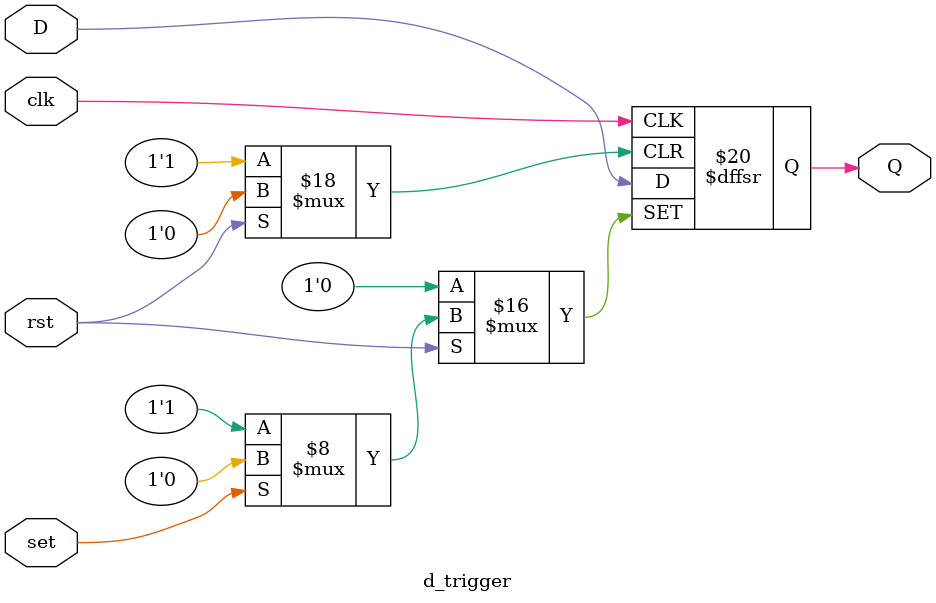
<source format=v>
`timescale 1ns / 1ps

module d_trigger(
    output reg Q,
    input clk,
    input rst,
    input set,
    input D
    );
    always @(posedge clk or negedge rst or negedge set)
        begin
           if(rst==0)
              Q=0;
           else if(set==0)
                Q=1;
           else
                Q=D;
        end
endmodule

</source>
